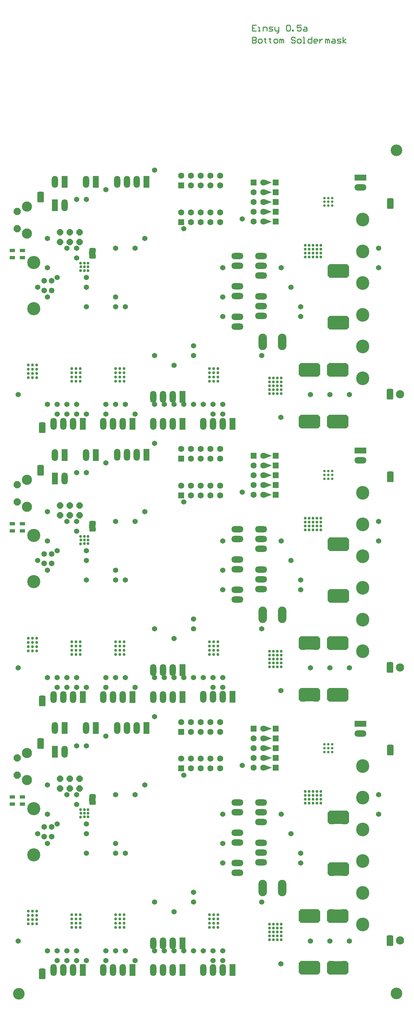
<source format=gbs>
G04 Layer_Color=16711935*
%FSLAX24Y24*%
%MOIN*%
G70*
G01*
G75*
%ADD12C,0.0100*%
%ADD121C,0.0300*%
%ADD138C,0.0840*%
%ADD218C,0.0631*%
G04:AMPARAMS|DCode=221|XSize=118.7mil|YSize=118.7mil|CornerRadius=59.4mil|HoleSize=0mil|Usage=FLASHONLY|Rotation=90.000|XOffset=0mil|YOffset=0mil|HoleType=Round|Shape=RoundedRectangle|*
%AMROUNDEDRECTD221*
21,1,0.1187,0.0000,0,0,90.0*
21,1,0.0000,0.1187,0,0,90.0*
1,1,0.1187,0.0000,0.0000*
1,1,0.1187,0.0000,0.0000*
1,1,0.1187,0.0000,0.0000*
1,1,0.1187,0.0000,0.0000*
%
%ADD221ROUNDEDRECTD221*%
G04:AMPARAMS|DCode=234|XSize=54mil|YSize=54mil|CornerRadius=27mil|HoleSize=0mil|Usage=FLASHONLY|Rotation=270.000|XOffset=0mil|YOffset=0mil|HoleType=Round|Shape=RoundedRectangle|*
%AMROUNDEDRECTD234*
21,1,0.0540,0.0000,0,0,270.0*
21,1,0.0000,0.0540,0,0,270.0*
1,1,0.0540,0.0000,0.0000*
1,1,0.0540,0.0000,0.0000*
1,1,0.0540,0.0000,0.0000*
1,1,0.0540,0.0000,0.0000*
%
%ADD234ROUNDEDRECTD234*%
G04:AMPARAMS|DCode=273|XSize=137mil|YSize=87mil|CornerRadius=0mil|HoleSize=0mil|Usage=FLASHONLY|Rotation=270.000|XOffset=0mil|YOffset=0mil|HoleType=Round|Shape=Octagon|*
%AMOCTAGOND273*
4,1,8,-0.0217,-0.0685,0.0217,-0.0685,0.0435,-0.0467,0.0435,0.0467,0.0217,0.0685,-0.0217,0.0685,-0.0435,0.0467,-0.0435,-0.0467,-0.0217,-0.0685,0.0*
%
%ADD273OCTAGOND273*%

%ADD274R,0.0640X0.1240*%
%ADD275O,0.0640X0.1240*%
%ADD276O,0.1240X0.0640*%
%ADD277R,0.1240X0.0640*%
%ADD278P,0.0801X8X292.5*%
%ADD279C,0.1040*%
%ADD280C,0.0580*%
%ADD281C,0.1345*%
%ADD282P,0.0714X8X22.5*%
%ADD283O,0.0865X0.1690*%
%ADD284R,0.0631X0.0631*%
%ADD285C,0.0631*%
%ADD286R,0.0631X0.0631*%
%ADD287O,0.1340X0.1400*%
%ADD288C,0.0260*%
%ADD289R,0.0704X0.0354*%
G04:AMPARAMS|DCode=290|XSize=50mil|YSize=67mil|CornerRadius=13.5mil|HoleSize=0mil|Usage=FLASHONLY|Rotation=270.000|XOffset=0mil|YOffset=0mil|HoleType=Round|Shape=RoundedRectangle|*
%AMROUNDEDRECTD290*
21,1,0.0500,0.0400,0,0,270.0*
21,1,0.0230,0.0670,0,0,270.0*
1,1,0.0270,-0.0200,-0.0115*
1,1,0.0270,-0.0200,0.0115*
1,1,0.0270,0.0200,0.0115*
1,1,0.0270,0.0200,-0.0115*
%
%ADD290ROUNDEDRECTD290*%
G04:AMPARAMS|DCode=291|XSize=54mil|YSize=54mil|CornerRadius=27mil|HoleSize=0mil|Usage=FLASHONLY|Rotation=0.000|XOffset=0mil|YOffset=0mil|HoleType=Round|Shape=RoundedRectangle|*
%AMROUNDEDRECTD291*
21,1,0.0540,0.0000,0,0,0.0*
21,1,0.0000,0.0540,0,0,0.0*
1,1,0.0540,0.0000,0.0000*
1,1,0.0540,0.0000,0.0000*
1,1,0.0540,0.0000,0.0000*
1,1,0.0540,0.0000,0.0000*
%
%ADD291ROUNDEDRECTD291*%
%ADD292R,0.0631X0.0631*%
%ADD293R,0.0532X0.0375*%
G36*
X29754Y84438D02*
X28964Y84138D01*
X29084Y84258D01*
Y84618D01*
X28964Y84738D01*
X29754Y84438D01*
D02*
G37*
G36*
Y83438D02*
X28964Y83138D01*
X29084Y83258D01*
Y83618D01*
X28964Y83738D01*
X29754Y83438D01*
D02*
G37*
G36*
Y82438D02*
X28964Y82138D01*
X29084Y82258D01*
Y82618D01*
X28964Y82738D01*
X29754Y82438D01*
D02*
G37*
G36*
Y81438D02*
X28964Y81138D01*
X29084Y81258D01*
Y81618D01*
X28964Y81738D01*
X29754Y81438D01*
D02*
G37*
G36*
Y80438D02*
X28964Y80138D01*
X29084Y80258D01*
Y80618D01*
X28964Y80738D01*
X29754Y80438D01*
D02*
G37*
G36*
X37017Y74667D02*
X36107D01*
Y76057D01*
X37017D01*
Y74667D01*
D02*
G37*
G36*
Y69367D02*
X36107D01*
Y70757D01*
X37017D01*
Y69367D01*
D02*
G37*
G36*
X34067Y64541D02*
X33157D01*
Y65931D01*
X34067D01*
Y64541D01*
D02*
G37*
G36*
X36967Y64537D02*
X36057D01*
Y65927D01*
X36967D01*
Y64537D01*
D02*
G37*
G36*
X34067Y59241D02*
X33157D01*
Y60631D01*
X34067D01*
Y59241D01*
D02*
G37*
G36*
X36967Y59237D02*
X36057D01*
Y60627D01*
X36967D01*
Y59237D01*
D02*
G37*
G36*
X29754Y56446D02*
X28964Y56146D01*
X29084Y56266D01*
Y56626D01*
X28964Y56746D01*
X29754Y56446D01*
D02*
G37*
G36*
Y55446D02*
X28964Y55146D01*
X29084Y55266D01*
Y55626D01*
X28964Y55746D01*
X29754Y55446D01*
D02*
G37*
G36*
Y54446D02*
X28964Y54146D01*
X29084Y54266D01*
Y54626D01*
X28964Y54746D01*
X29754Y54446D01*
D02*
G37*
G36*
Y53446D02*
X28964Y53146D01*
X29084Y53266D01*
Y53626D01*
X28964Y53746D01*
X29754Y53446D01*
D02*
G37*
G36*
Y52446D02*
X28964Y52146D01*
X29084Y52266D01*
Y52626D01*
X28964Y52746D01*
X29754Y52446D01*
D02*
G37*
G36*
X37017Y46675D02*
X36107D01*
Y48065D01*
X37017D01*
Y46675D01*
D02*
G37*
G36*
Y41375D02*
X36107D01*
Y42765D01*
X37017D01*
Y41375D01*
D02*
G37*
G36*
X34067Y36549D02*
X33157D01*
Y37939D01*
X34067D01*
Y36549D01*
D02*
G37*
G36*
X36967Y36545D02*
X36057D01*
Y37935D01*
X36967D01*
Y36545D01*
D02*
G37*
G36*
X34067Y31249D02*
X33157D01*
Y32639D01*
X34067D01*
Y31249D01*
D02*
G37*
G36*
X36967Y31245D02*
X36057D01*
Y32635D01*
X36967D01*
Y31245D01*
D02*
G37*
G36*
X29754Y28454D02*
X28964Y28154D01*
X29084Y28274D01*
Y28634D01*
X28964Y28754D01*
X29754Y28454D01*
D02*
G37*
G36*
Y27454D02*
X28964Y27154D01*
X29084Y27274D01*
Y27634D01*
X28964Y27754D01*
X29754Y27454D01*
D02*
G37*
G36*
Y26454D02*
X28964Y26154D01*
X29084Y26274D01*
Y26634D01*
X28964Y26754D01*
X29754Y26454D01*
D02*
G37*
G36*
Y25454D02*
X28964Y25154D01*
X29084Y25274D01*
Y25634D01*
X28964Y25754D01*
X29754Y25454D01*
D02*
G37*
G36*
Y24454D02*
X28964Y24154D01*
X29084Y24274D01*
Y24634D01*
X28964Y24754D01*
X29754Y24454D01*
D02*
G37*
G36*
X37017Y18683D02*
X36107D01*
Y20073D01*
X37017D01*
Y18683D01*
D02*
G37*
G36*
Y13383D02*
X36107D01*
Y14773D01*
X37017D01*
Y13383D01*
D02*
G37*
G36*
X34067Y8557D02*
X33157D01*
Y9947D01*
X34067D01*
Y8557D01*
D02*
G37*
G36*
X36967Y8553D02*
X36057D01*
Y9943D01*
X36967D01*
Y8553D01*
D02*
G37*
G36*
X34067Y3257D02*
X33157D01*
Y4647D01*
X34067D01*
Y3257D01*
D02*
G37*
G36*
X36967Y3253D02*
X36057D01*
Y4643D01*
X36967D01*
Y3253D01*
D02*
G37*
G54D12*
X27728Y99328D02*
Y98728D01*
X28028D01*
X28128Y98828D01*
Y98928D01*
X28028Y99028D01*
X27728D01*
X28028D01*
X28128Y99128D01*
Y99228D01*
X28028Y99328D01*
X27728D01*
X28428Y98728D02*
X28628D01*
X28728Y98828D01*
Y99028D01*
X28628Y99128D01*
X28428D01*
X28328Y99028D01*
Y98828D01*
X28428Y98728D01*
X29028Y99228D02*
Y99128D01*
X28928D01*
X29128D01*
X29028D01*
Y98828D01*
X29128Y98728D01*
X29528Y99228D02*
Y99128D01*
X29428D01*
X29628D01*
X29528D01*
Y98828D01*
X29628Y98728D01*
X30028D02*
X30228D01*
X30328Y98828D01*
Y99028D01*
X30228Y99128D01*
X30028D01*
X29928Y99028D01*
Y98828D01*
X30028Y98728D01*
X30527D02*
Y99128D01*
X30627D01*
X30727Y99028D01*
Y98728D01*
Y99028D01*
X30827Y99128D01*
X30927Y99028D01*
Y98728D01*
X32127Y99228D02*
X32027Y99328D01*
X31827D01*
X31727Y99228D01*
Y99128D01*
X31827Y99028D01*
X32027D01*
X32127Y98928D01*
Y98828D01*
X32027Y98728D01*
X31827D01*
X31727Y98828D01*
X32427Y98728D02*
X32627D01*
X32727Y98828D01*
Y99028D01*
X32627Y99128D01*
X32427D01*
X32327Y99028D01*
Y98828D01*
X32427Y98728D01*
X32927D02*
X33127D01*
X33027D01*
Y99328D01*
X32927D01*
X33826D02*
Y98728D01*
X33526D01*
X33426Y98828D01*
Y99028D01*
X33526Y99128D01*
X33826D01*
X34326Y98728D02*
X34126D01*
X34026Y98828D01*
Y99028D01*
X34126Y99128D01*
X34326D01*
X34426Y99028D01*
Y98928D01*
X34026D01*
X34626Y99128D02*
Y98728D01*
Y98928D01*
X34726Y99028D01*
X34826Y99128D01*
X34926D01*
X35226Y98728D02*
Y99128D01*
X35326D01*
X35426Y99028D01*
Y98728D01*
Y99028D01*
X35526Y99128D01*
X35626Y99028D01*
Y98728D01*
X35926Y99128D02*
X36126D01*
X36226Y99028D01*
Y98728D01*
X35926D01*
X35826Y98828D01*
X35926Y98928D01*
X36226D01*
X36426Y98728D02*
X36725D01*
X36825Y98828D01*
X36725Y98928D01*
X36525D01*
X36426Y99028D01*
X36525Y99128D01*
X36825D01*
X37025Y98728D02*
Y99328D01*
Y98928D02*
X37325Y99128D01*
X37025Y98928D02*
X37325Y98728D01*
X28128Y100578D02*
X27728D01*
Y99978D01*
X28128D01*
X27728Y100278D02*
X27928D01*
X28328Y99978D02*
X28528D01*
X28428D01*
Y100378D01*
X28328D01*
X28828Y99978D02*
Y100378D01*
X29128D01*
X29228Y100278D01*
Y99978D01*
X29428D02*
X29728D01*
X29828Y100078D01*
X29728Y100178D01*
X29528D01*
X29428Y100278D01*
X29528Y100378D01*
X29828D01*
X30028D02*
Y100078D01*
X30128Y99978D01*
X30427D01*
Y99878D01*
X30328Y99778D01*
X30228D01*
X30427Y99978D02*
Y100378D01*
X31227Y100478D02*
X31327Y100578D01*
X31527D01*
X31627Y100478D01*
Y100078D01*
X31527Y99978D01*
X31327D01*
X31227Y100078D01*
Y100478D01*
X31827Y99978D02*
Y100078D01*
X31927D01*
Y99978D01*
X31827D01*
X32727Y100578D02*
X32327D01*
Y100278D01*
X32527Y100378D01*
X32627D01*
X32727Y100278D01*
Y100078D01*
X32627Y99978D01*
X32427D01*
X32327Y100078D01*
X33027Y100378D02*
X33227D01*
X33327Y100278D01*
Y99978D01*
X33027D01*
X32927Y100078D01*
X33027Y100178D01*
X33327D01*
G54D121*
X23354Y9387D02*
D03*
X24220Y8088D02*
D03*
X23787D02*
D03*
X23354D02*
D03*
X24220Y8521D02*
D03*
X23787D02*
D03*
X23354D02*
D03*
X24220Y8954D02*
D03*
X23787D02*
D03*
X23354D02*
D03*
X24220Y9387D02*
D03*
X23787D02*
D03*
X14147D02*
D03*
X14580D02*
D03*
X13714Y8954D02*
D03*
X14147D02*
D03*
X14580D02*
D03*
X13714Y8521D02*
D03*
X14147D02*
D03*
X14580D02*
D03*
X13714Y8088D02*
D03*
X14147D02*
D03*
X14580D02*
D03*
X13714Y9387D02*
D03*
X9214D02*
D03*
X10080Y8088D02*
D03*
X9647D02*
D03*
X9214D02*
D03*
X10080Y8521D02*
D03*
X9647D02*
D03*
X9214D02*
D03*
X10080Y8954D02*
D03*
X9647D02*
D03*
X9214D02*
D03*
X10080Y9387D02*
D03*
X9647D02*
D03*
X5173Y9747D02*
D03*
X5606D02*
D03*
X4740Y9314D02*
D03*
X5173D02*
D03*
X5606D02*
D03*
X4740Y8881D02*
D03*
X5173D02*
D03*
X5606D02*
D03*
X4740Y8448D02*
D03*
X5173D02*
D03*
X5606D02*
D03*
X4740Y9747D02*
D03*
X30705Y8014D02*
D03*
Y8414D02*
D03*
X30305D02*
D03*
Y8014D02*
D03*
X29905D02*
D03*
Y8414D02*
D03*
X29505D02*
D03*
Y8014D02*
D03*
Y7214D02*
D03*
Y6814D02*
D03*
X29905D02*
D03*
Y7214D02*
D03*
X30305D02*
D03*
Y6814D02*
D03*
X30705D02*
D03*
Y7214D02*
D03*
Y7614D02*
D03*
X30305D02*
D03*
X29505D02*
D03*
X29905D02*
D03*
X33958Y21625D02*
D03*
Y22025D02*
D03*
Y21225D02*
D03*
Y20825D02*
D03*
X33558D02*
D03*
X33158D02*
D03*
Y21225D02*
D03*
X33558D02*
D03*
Y21625D02*
D03*
X33158D02*
D03*
Y22025D02*
D03*
X33558D02*
D03*
X34358D02*
D03*
X34758D02*
D03*
Y21625D02*
D03*
X34358D02*
D03*
Y21225D02*
D03*
X34758D02*
D03*
Y20825D02*
D03*
X34358D02*
D03*
X10871Y20171D02*
D03*
Y19797D02*
D03*
Y19423D02*
D03*
X10497D02*
D03*
X10123Y19413D02*
D03*
X10125Y19797D02*
D03*
X10120Y20174D02*
D03*
X10497Y20171D02*
D03*
Y19797D02*
D03*
X23354Y37379D02*
D03*
X24220Y36080D02*
D03*
X23787D02*
D03*
X23354D02*
D03*
X24220Y36513D02*
D03*
X23787D02*
D03*
X23354D02*
D03*
X24220Y36946D02*
D03*
X23787D02*
D03*
X23354D02*
D03*
X24220Y37379D02*
D03*
X23787D02*
D03*
X14147D02*
D03*
X14580D02*
D03*
X13714Y36946D02*
D03*
X14147D02*
D03*
X14580D02*
D03*
X13714Y36513D02*
D03*
X14147D02*
D03*
X14580D02*
D03*
X13714Y36080D02*
D03*
X14147D02*
D03*
X14580D02*
D03*
X13714Y37379D02*
D03*
X9214D02*
D03*
X10080Y36080D02*
D03*
X9647D02*
D03*
X9214D02*
D03*
X10080Y36513D02*
D03*
X9647D02*
D03*
X9214D02*
D03*
X10080Y36946D02*
D03*
X9647D02*
D03*
X9214D02*
D03*
X10080Y37379D02*
D03*
X9647D02*
D03*
X5173Y37739D02*
D03*
X5606D02*
D03*
X4740Y37306D02*
D03*
X5173D02*
D03*
X5606D02*
D03*
X4740Y36873D02*
D03*
X5173D02*
D03*
X5606D02*
D03*
X4740Y36440D02*
D03*
X5173D02*
D03*
X5606D02*
D03*
X4740Y37739D02*
D03*
X30705Y36006D02*
D03*
Y36406D02*
D03*
X30305D02*
D03*
Y36006D02*
D03*
X29905D02*
D03*
Y36406D02*
D03*
X29505D02*
D03*
Y36006D02*
D03*
Y35206D02*
D03*
Y34806D02*
D03*
X29905D02*
D03*
Y35206D02*
D03*
X30305D02*
D03*
Y34806D02*
D03*
X30705D02*
D03*
Y35206D02*
D03*
Y35606D02*
D03*
X30305D02*
D03*
X29505D02*
D03*
X29905D02*
D03*
X33958Y49617D02*
D03*
Y50017D02*
D03*
Y49217D02*
D03*
Y48817D02*
D03*
X33558D02*
D03*
X33158D02*
D03*
Y49217D02*
D03*
X33558D02*
D03*
Y49617D02*
D03*
X33158D02*
D03*
Y50017D02*
D03*
X33558D02*
D03*
X34358D02*
D03*
X34758D02*
D03*
Y49617D02*
D03*
X34358D02*
D03*
Y49217D02*
D03*
X34758D02*
D03*
Y48817D02*
D03*
X34358D02*
D03*
X10871Y48163D02*
D03*
Y47789D02*
D03*
Y47415D02*
D03*
X10497D02*
D03*
X10123Y47405D02*
D03*
X10125Y47789D02*
D03*
X10120Y48167D02*
D03*
X10497Y48163D02*
D03*
Y47789D02*
D03*
X23354Y65371D02*
D03*
X24220Y64072D02*
D03*
X23787D02*
D03*
X23354D02*
D03*
X24220Y64505D02*
D03*
X23787D02*
D03*
X23354D02*
D03*
X24220Y64938D02*
D03*
X23787D02*
D03*
X23354D02*
D03*
X24220Y65371D02*
D03*
X23787D02*
D03*
X14147D02*
D03*
X14580D02*
D03*
X13714Y64938D02*
D03*
X14147D02*
D03*
X14580D02*
D03*
X13714Y64505D02*
D03*
X14147D02*
D03*
X14580D02*
D03*
X13714Y64072D02*
D03*
X14147D02*
D03*
X14580D02*
D03*
X13714Y65371D02*
D03*
X9214D02*
D03*
X10080Y64072D02*
D03*
X9647D02*
D03*
X9214D02*
D03*
X10080Y64505D02*
D03*
X9647D02*
D03*
X9214D02*
D03*
X10080Y64938D02*
D03*
X9647D02*
D03*
X9214D02*
D03*
X10080Y65371D02*
D03*
X9647D02*
D03*
X5173Y65731D02*
D03*
X5606D02*
D03*
X4740Y65298D02*
D03*
X5173D02*
D03*
X5606D02*
D03*
X4740Y64865D02*
D03*
X5173D02*
D03*
X5606D02*
D03*
X4740Y64432D02*
D03*
X5173D02*
D03*
X5606D02*
D03*
X4740Y65731D02*
D03*
X30705Y63998D02*
D03*
Y64398D02*
D03*
X30305D02*
D03*
Y63998D02*
D03*
X29905D02*
D03*
Y64398D02*
D03*
X29505D02*
D03*
Y63998D02*
D03*
Y63198D02*
D03*
Y62798D02*
D03*
X29905D02*
D03*
Y63198D02*
D03*
X30305D02*
D03*
Y62798D02*
D03*
X30705D02*
D03*
Y63198D02*
D03*
Y63598D02*
D03*
X30305D02*
D03*
X29505D02*
D03*
X29905D02*
D03*
X33958Y77609D02*
D03*
Y78009D02*
D03*
Y77209D02*
D03*
Y76809D02*
D03*
X33558D02*
D03*
X33158D02*
D03*
Y77209D02*
D03*
X33558D02*
D03*
Y77609D02*
D03*
X33158D02*
D03*
Y78009D02*
D03*
X33558D02*
D03*
X34358D02*
D03*
X34758D02*
D03*
Y77609D02*
D03*
X34358D02*
D03*
Y77209D02*
D03*
X34758D02*
D03*
Y76809D02*
D03*
X34358D02*
D03*
X10871Y76155D02*
D03*
Y75781D02*
D03*
Y75407D02*
D03*
X10497D02*
D03*
X10123Y75397D02*
D03*
X10125Y75781D02*
D03*
X10120Y76159D02*
D03*
X10497Y76155D02*
D03*
Y75781D02*
D03*
G54D138*
X42904Y6752D02*
D03*
Y34744D02*
D03*
Y62736D02*
D03*
G54D218*
X28864Y28454D02*
D03*
Y27454D02*
D03*
Y26454D02*
D03*
Y25454D02*
D03*
Y24454D02*
D03*
Y56446D02*
D03*
Y55446D02*
D03*
Y54446D02*
D03*
Y53446D02*
D03*
Y52446D02*
D03*
Y84438D02*
D03*
Y83438D02*
D03*
Y82438D02*
D03*
Y81438D02*
D03*
Y80438D02*
D03*
G54D221*
X42528Y87726D02*
D03*
Y1328D02*
D03*
X3789Y1289D02*
D03*
G54D234*
X21697Y11697D02*
D03*
X10697Y26697D02*
D03*
X16697Y22697D02*
D03*
X6697Y19697D02*
D03*
X7697Y18697D02*
D03*
X21697Y10697D02*
D03*
X19697Y9697D02*
D03*
X17697Y10697D02*
D03*
X8697Y5697D02*
D03*
X6697D02*
D03*
X7697D02*
D03*
X26697Y24697D02*
D03*
X24697Y14697D02*
D03*
X30667Y4377D02*
D03*
X3697Y6697D02*
D03*
X14697Y5697D02*
D03*
X12697D02*
D03*
X13697D02*
D03*
X9697D02*
D03*
X20697D02*
D03*
X18697D02*
D03*
X19697D02*
D03*
X17697D02*
D03*
X24697D02*
D03*
X22697D02*
D03*
X23697D02*
D03*
X21697D02*
D03*
X30697Y19697D02*
D03*
X31697Y17697D02*
D03*
X32697Y14697D02*
D03*
X24697Y4697D02*
D03*
X23697D02*
D03*
X15697D02*
D03*
X12697D02*
D03*
X10697D02*
D03*
X9697D02*
D03*
X8697D02*
D03*
X7697D02*
D03*
X21697Y39689D02*
D03*
X10697Y54689D02*
D03*
X16697Y50689D02*
D03*
X6697Y47689D02*
D03*
X7697Y46689D02*
D03*
X21697Y38689D02*
D03*
X19697Y37689D02*
D03*
X17697Y38689D02*
D03*
X8697Y33689D02*
D03*
X6697D02*
D03*
X7697D02*
D03*
X26697Y52689D02*
D03*
X24697Y42689D02*
D03*
X30667Y32369D02*
D03*
X3697Y34689D02*
D03*
X14697Y33689D02*
D03*
X12697D02*
D03*
X13697D02*
D03*
X9697D02*
D03*
X20697D02*
D03*
X18697D02*
D03*
X19697D02*
D03*
X17697D02*
D03*
X24697D02*
D03*
X22697D02*
D03*
X23697D02*
D03*
X21697D02*
D03*
X30697Y47689D02*
D03*
X31697Y45689D02*
D03*
X32697Y42689D02*
D03*
X24697Y32689D02*
D03*
X23697D02*
D03*
X15697D02*
D03*
X12697D02*
D03*
X10697D02*
D03*
X9697D02*
D03*
X8697D02*
D03*
X7697D02*
D03*
X21697Y67681D02*
D03*
X10697Y82681D02*
D03*
X16697Y78681D02*
D03*
X6697Y75681D02*
D03*
X7697Y74681D02*
D03*
X21697Y66681D02*
D03*
X19697Y65681D02*
D03*
X17697Y66681D02*
D03*
X8697Y61681D02*
D03*
X6697D02*
D03*
X7697D02*
D03*
X26697Y80681D02*
D03*
X24697Y70681D02*
D03*
X30667Y60361D02*
D03*
X3697Y62681D02*
D03*
X14697Y61681D02*
D03*
X12697D02*
D03*
X13697D02*
D03*
X9697D02*
D03*
X20697D02*
D03*
X18697D02*
D03*
X19697D02*
D03*
X17697D02*
D03*
X24697D02*
D03*
X22697D02*
D03*
X23697D02*
D03*
X21697D02*
D03*
X30697Y75681D02*
D03*
X31697Y73681D02*
D03*
X32697Y70681D02*
D03*
X24697Y60681D02*
D03*
X23697D02*
D03*
X15697D02*
D03*
X12697D02*
D03*
X10697D02*
D03*
X9697D02*
D03*
X8697D02*
D03*
X7697D02*
D03*
G54D273*
X37187Y3947D02*
D03*
X35847D02*
D03*
Y9247D02*
D03*
X37187D02*
D03*
X35897Y14077D02*
D03*
X37237D02*
D03*
Y19377D02*
D03*
X35897D02*
D03*
X34286Y3951D02*
D03*
X32946D02*
D03*
Y9251D02*
D03*
X34286D02*
D03*
X37187Y31939D02*
D03*
X35847D02*
D03*
Y37239D02*
D03*
X37187D02*
D03*
X35897Y42069D02*
D03*
X37237D02*
D03*
Y47369D02*
D03*
X35897D02*
D03*
X34286Y31943D02*
D03*
X32946D02*
D03*
Y37243D02*
D03*
X34286D02*
D03*
X37187Y59931D02*
D03*
X35847D02*
D03*
Y65231D02*
D03*
X37187D02*
D03*
X35897Y70061D02*
D03*
X37237D02*
D03*
Y75361D02*
D03*
X35897D02*
D03*
X34286Y59935D02*
D03*
X32946D02*
D03*
Y65235D02*
D03*
X34286D02*
D03*
G54D274*
X7469Y26109D02*
D03*
X8469Y28519D02*
D03*
X11679D02*
D03*
X16859Y28524D02*
D03*
X25698Y3723D02*
D03*
X20576Y3719D02*
D03*
Y6475D02*
D03*
X15457Y3719D02*
D03*
X10339D02*
D03*
X7469Y54102D02*
D03*
X8469Y56512D02*
D03*
X11679D02*
D03*
X16859Y56516D02*
D03*
X25698Y31715D02*
D03*
X20576Y31711D02*
D03*
Y34467D02*
D03*
X15457Y31711D02*
D03*
X10339D02*
D03*
X7469Y82094D02*
D03*
X8469Y84504D02*
D03*
X11679D02*
D03*
X16859Y84508D02*
D03*
X25698Y59708D02*
D03*
X20576Y59704D02*
D03*
Y62460D02*
D03*
X15457Y59704D02*
D03*
X10339D02*
D03*
G54D275*
X8469Y26109D02*
D03*
X7469Y28519D02*
D03*
X10679D02*
D03*
X13859Y28524D02*
D03*
X14859D02*
D03*
X15859D02*
D03*
X24698Y3723D02*
D03*
X23698D02*
D03*
X22698D02*
D03*
X17576Y3719D02*
D03*
X18576D02*
D03*
X19576D02*
D03*
Y6475D02*
D03*
X18576D02*
D03*
X17576D02*
D03*
X12457Y3719D02*
D03*
X13457D02*
D03*
X14457D02*
D03*
X9339D02*
D03*
X8339D02*
D03*
X7339D02*
D03*
X8469Y54102D02*
D03*
X7469Y56512D02*
D03*
X10679D02*
D03*
X13859Y56516D02*
D03*
X14859D02*
D03*
X15859D02*
D03*
X24698Y31715D02*
D03*
X23698D02*
D03*
X22698D02*
D03*
X17576Y31711D02*
D03*
X18576D02*
D03*
X19576D02*
D03*
Y34467D02*
D03*
X18576D02*
D03*
X17576D02*
D03*
X12457Y31711D02*
D03*
X13457D02*
D03*
X14457D02*
D03*
X9339D02*
D03*
X8339D02*
D03*
X7339D02*
D03*
X8469Y82094D02*
D03*
X7469Y84504D02*
D03*
X10679D02*
D03*
X13859Y84508D02*
D03*
X14859D02*
D03*
X15859D02*
D03*
X24698Y59708D02*
D03*
X23698D02*
D03*
X22698D02*
D03*
X17576Y59704D02*
D03*
X18576D02*
D03*
X19576D02*
D03*
Y62460D02*
D03*
X18576D02*
D03*
X17576D02*
D03*
X12457Y59704D02*
D03*
X13457D02*
D03*
X14457D02*
D03*
X9339D02*
D03*
X8339D02*
D03*
X7339D02*
D03*
G54D276*
X26201Y17803D02*
D03*
Y16803D02*
D03*
X38847Y27957D02*
D03*
X26201Y14693D02*
D03*
Y13693D02*
D03*
Y20913D02*
D03*
Y19913D02*
D03*
X28637Y18907D02*
D03*
Y19907D02*
D03*
Y20907D02*
D03*
X28627Y14767D02*
D03*
Y15767D02*
D03*
Y16767D02*
D03*
X26201Y45795D02*
D03*
Y44795D02*
D03*
X38847Y55949D02*
D03*
X26201Y42685D02*
D03*
Y41685D02*
D03*
Y48906D02*
D03*
Y47906D02*
D03*
X28637Y46899D02*
D03*
Y47899D02*
D03*
Y48899D02*
D03*
X28627Y42759D02*
D03*
Y43759D02*
D03*
Y44759D02*
D03*
X26201Y73787D02*
D03*
Y72787D02*
D03*
X38847Y83941D02*
D03*
X26201Y70677D02*
D03*
Y69677D02*
D03*
Y76898D02*
D03*
Y75898D02*
D03*
X28637Y74891D02*
D03*
Y75891D02*
D03*
Y76891D02*
D03*
X28627Y70751D02*
D03*
Y71751D02*
D03*
Y72751D02*
D03*
G54D277*
X38847Y28957D02*
D03*
Y56949D02*
D03*
Y84941D02*
D03*
G54D278*
X3624Y25477D02*
D03*
Y23697D02*
D03*
Y53469D02*
D03*
Y51689D02*
D03*
Y81461D02*
D03*
Y79681D02*
D03*
G54D279*
X4604Y25967D02*
D03*
Y23207D02*
D03*
Y53959D02*
D03*
Y51199D02*
D03*
Y81951D02*
D03*
Y79191D02*
D03*
G54D280*
X7155Y17394D02*
D03*
Y18386D02*
D03*
X6365D02*
D03*
Y17394D02*
D03*
X7155Y45386D02*
D03*
Y46378D02*
D03*
X6365D02*
D03*
Y45386D02*
D03*
X7155Y73378D02*
D03*
Y74370D02*
D03*
X6365D02*
D03*
Y73378D02*
D03*
G54D281*
X5295Y20256D02*
D03*
Y15524D02*
D03*
Y48248D02*
D03*
Y43516D02*
D03*
Y76240D02*
D03*
Y71508D02*
D03*
G54D282*
X8022Y22342D02*
D03*
Y23342D02*
D03*
X9022Y22342D02*
D03*
Y23342D02*
D03*
X10022Y22342D02*
D03*
Y23342D02*
D03*
X8022Y50335D02*
D03*
Y51335D02*
D03*
X9022Y50335D02*
D03*
Y51335D02*
D03*
X10022Y50335D02*
D03*
Y51335D02*
D03*
X8022Y78327D02*
D03*
Y79327D02*
D03*
X9022Y78327D02*
D03*
Y79327D02*
D03*
X10022Y78327D02*
D03*
Y79327D02*
D03*
G54D283*
X28807Y12127D02*
D03*
X30807D02*
D03*
X28807Y40119D02*
D03*
X30807D02*
D03*
X28807Y68111D02*
D03*
X30807D02*
D03*
G54D284*
X20437Y28137D02*
D03*
Y24387D02*
D03*
Y56129D02*
D03*
Y52379D02*
D03*
Y84121D02*
D03*
Y80371D02*
D03*
G54D285*
Y29137D02*
D03*
X21437Y28137D02*
D03*
Y29137D02*
D03*
X22437Y28137D02*
D03*
Y29137D02*
D03*
X23437Y28137D02*
D03*
Y29137D02*
D03*
X24437Y28137D02*
D03*
Y29137D02*
D03*
X20437Y25387D02*
D03*
X21437Y24387D02*
D03*
Y25387D02*
D03*
X22437Y24387D02*
D03*
Y25387D02*
D03*
X23437Y24387D02*
D03*
Y25387D02*
D03*
X24437Y24387D02*
D03*
Y25387D02*
D03*
X27864Y24454D02*
D03*
Y25454D02*
D03*
Y26454D02*
D03*
Y27454D02*
D03*
X20437Y57129D02*
D03*
X21437Y56129D02*
D03*
Y57129D02*
D03*
X22437Y56129D02*
D03*
Y57129D02*
D03*
X23437Y56129D02*
D03*
Y57129D02*
D03*
X24437Y56129D02*
D03*
Y57129D02*
D03*
X20437Y53379D02*
D03*
X21437Y52379D02*
D03*
Y53379D02*
D03*
X22437Y52379D02*
D03*
Y53379D02*
D03*
X23437Y52379D02*
D03*
Y53379D02*
D03*
X24437Y52379D02*
D03*
Y53379D02*
D03*
X27864Y52446D02*
D03*
Y53446D02*
D03*
Y54446D02*
D03*
Y55446D02*
D03*
X20437Y85121D02*
D03*
X21437Y84121D02*
D03*
Y85121D02*
D03*
X22437Y84121D02*
D03*
Y85121D02*
D03*
X23437Y84121D02*
D03*
Y85121D02*
D03*
X24437Y84121D02*
D03*
Y85121D02*
D03*
X20437Y81371D02*
D03*
X21437Y80371D02*
D03*
Y81371D02*
D03*
X22437Y80371D02*
D03*
Y81371D02*
D03*
X23437Y80371D02*
D03*
Y81371D02*
D03*
X24437Y80371D02*
D03*
Y81371D02*
D03*
X27864Y80438D02*
D03*
Y81438D02*
D03*
Y82438D02*
D03*
Y83438D02*
D03*
G54D286*
Y28454D02*
D03*
Y56446D02*
D03*
Y84438D02*
D03*
G54D287*
X39067Y8392D02*
D03*
Y11642D02*
D03*
Y14892D02*
D03*
Y18142D02*
D03*
Y21392D02*
D03*
Y24642D02*
D03*
Y36384D02*
D03*
Y39634D02*
D03*
Y42884D02*
D03*
Y46134D02*
D03*
Y49384D02*
D03*
Y52634D02*
D03*
Y64376D02*
D03*
Y67626D02*
D03*
Y70876D02*
D03*
Y74126D02*
D03*
Y77376D02*
D03*
Y80626D02*
D03*
G54D288*
X35150Y26069D02*
D03*
X35544D02*
D03*
X35937D02*
D03*
Y26463D02*
D03*
Y26856D02*
D03*
X35544D02*
D03*
X35150D02*
D03*
Y26463D02*
D03*
X35544D02*
D03*
X35150Y54061D02*
D03*
X35544D02*
D03*
X35937D02*
D03*
Y54455D02*
D03*
Y54848D02*
D03*
X35544D02*
D03*
X35150D02*
D03*
Y54455D02*
D03*
X35544D02*
D03*
X35150Y82053D02*
D03*
X35544D02*
D03*
X35937D02*
D03*
Y82447D02*
D03*
Y82841D02*
D03*
X35544D02*
D03*
X35150D02*
D03*
Y82447D02*
D03*
X35544D02*
D03*
G54D289*
X5992Y26939D02*
D03*
X6172Y3329D02*
D03*
X41912Y26279D02*
D03*
X41887Y6720D02*
D03*
X11321Y21201D02*
D03*
X5992Y54931D02*
D03*
X6172Y31321D02*
D03*
X41912Y54271D02*
D03*
X41887Y34712D02*
D03*
X11321Y49193D02*
D03*
X5992Y82923D02*
D03*
X6172Y59313D02*
D03*
X41912Y82263D02*
D03*
X41887Y62704D02*
D03*
X11321Y77185D02*
D03*
G54D290*
X5999Y26629D02*
D03*
Y27229D02*
D03*
X6179Y3019D02*
D03*
Y3619D02*
D03*
X41919Y25969D02*
D03*
Y26569D02*
D03*
X41879Y7029D02*
D03*
Y6429D02*
D03*
X11329Y21491D02*
D03*
Y20891D02*
D03*
X5999Y54622D02*
D03*
Y55222D02*
D03*
X6179Y31012D02*
D03*
Y31611D02*
D03*
X41919Y53962D02*
D03*
Y54562D02*
D03*
X41879Y35022D02*
D03*
Y34422D02*
D03*
X11329Y49483D02*
D03*
Y48883D02*
D03*
X5999Y82614D02*
D03*
Y83214D02*
D03*
X6179Y59004D02*
D03*
Y59604D02*
D03*
X41919Y81954D02*
D03*
Y82554D02*
D03*
X41879Y63014D02*
D03*
Y62414D02*
D03*
X11329Y77475D02*
D03*
Y76875D02*
D03*
G54D291*
X13697Y15697D02*
D03*
X14697D02*
D03*
X13697Y16697D02*
D03*
X10697Y18697D02*
D03*
Y17697D02*
D03*
Y15697D02*
D03*
X40697Y21697D02*
D03*
X28697Y10697D02*
D03*
X40697Y19697D02*
D03*
X32697Y15697D02*
D03*
X24697Y16697D02*
D03*
Y19697D02*
D03*
X13697Y21697D02*
D03*
X20697Y23697D02*
D03*
X15697Y21697D02*
D03*
X9697Y26697D02*
D03*
X12707Y27697D02*
D03*
X9697Y20697D02*
D03*
X8697Y21697D02*
D03*
X6697Y22697D02*
D03*
X9697Y21697D02*
D03*
X6697Y16697D02*
D03*
X5697Y17697D02*
D03*
X17697Y29697D02*
D03*
X33697Y6697D02*
D03*
X35697D02*
D03*
X37697D02*
D03*
X13697Y43689D02*
D03*
X14697D02*
D03*
X13697Y44689D02*
D03*
X10697Y46689D02*
D03*
Y45689D02*
D03*
Y43689D02*
D03*
X40697Y49689D02*
D03*
X28697Y38689D02*
D03*
X40697Y47689D02*
D03*
X32697Y43689D02*
D03*
X24697Y44689D02*
D03*
Y47689D02*
D03*
X13697Y49689D02*
D03*
X20697Y51689D02*
D03*
X15697Y49689D02*
D03*
X9697Y54689D02*
D03*
X12707Y55689D02*
D03*
X9697Y48689D02*
D03*
X8697Y49689D02*
D03*
X6697Y50689D02*
D03*
X9697Y49689D02*
D03*
X6697Y44689D02*
D03*
X5697Y45689D02*
D03*
X17697Y57689D02*
D03*
X33697Y34689D02*
D03*
X35697D02*
D03*
X37697D02*
D03*
X13697Y71681D02*
D03*
X14697D02*
D03*
X13697Y72681D02*
D03*
X10697Y74681D02*
D03*
Y73681D02*
D03*
Y71681D02*
D03*
X40697Y77681D02*
D03*
X28697Y66681D02*
D03*
X40697Y75681D02*
D03*
X32697Y71681D02*
D03*
X24697Y72681D02*
D03*
Y75681D02*
D03*
X13697Y77681D02*
D03*
X20697Y79681D02*
D03*
X15697Y77681D02*
D03*
X9697Y82681D02*
D03*
X12707Y83681D02*
D03*
X9697Y76681D02*
D03*
X8697Y77681D02*
D03*
X6697Y78681D02*
D03*
X9697Y77681D02*
D03*
X6697Y72681D02*
D03*
X5697Y73681D02*
D03*
X17697Y85681D02*
D03*
X33697Y62681D02*
D03*
X35697D02*
D03*
X37697D02*
D03*
G54D292*
X30144Y28454D02*
D03*
Y27454D02*
D03*
Y26454D02*
D03*
Y25454D02*
D03*
Y24454D02*
D03*
Y56446D02*
D03*
Y55446D02*
D03*
Y54446D02*
D03*
Y53446D02*
D03*
Y52446D02*
D03*
Y84438D02*
D03*
Y83438D02*
D03*
Y82438D02*
D03*
Y81438D02*
D03*
Y80438D02*
D03*
G54D293*
X4139Y20735D02*
D03*
Y21464D02*
D03*
X3119Y20735D02*
D03*
Y21464D02*
D03*
X4139Y48727D02*
D03*
Y49456D02*
D03*
X3119Y48727D02*
D03*
Y49456D02*
D03*
X4139Y76719D02*
D03*
Y77448D02*
D03*
X3119Y76719D02*
D03*
Y77448D02*
D03*
M02*

</source>
